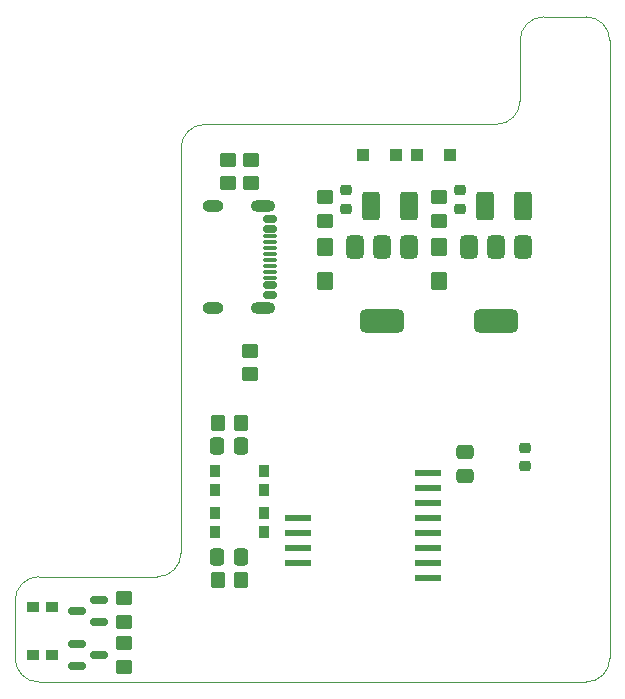
<source format=gbr>
G04 #@! TF.GenerationSoftware,KiCad,Pcbnew,9.0.3*
G04 #@! TF.CreationDate,2026-01-28T23:02:45+01:00*
G04 #@! TF.ProjectId,CM5IO_top,434d3549-4f5f-4746-9f70-2e6b69636164,rev?*
G04 #@! TF.SameCoordinates,Original*
G04 #@! TF.FileFunction,Paste,Top*
G04 #@! TF.FilePolarity,Positive*
%FSLAX46Y46*%
G04 Gerber Fmt 4.6, Leading zero omitted, Abs format (unit mm)*
G04 Created by KiCad (PCBNEW 9.0.3) date 2026-01-28 23:02:45*
%MOMM*%
%LPD*%
G01*
G04 APERTURE LIST*
G04 Aperture macros list*
%AMRoundRect*
0 Rectangle with rounded corners*
0 $1 Rounding radius*
0 $2 $3 $4 $5 $6 $7 $8 $9 X,Y pos of 4 corners*
0 Add a 4 corners polygon primitive as box body*
4,1,4,$2,$3,$4,$5,$6,$7,$8,$9,$2,$3,0*
0 Add four circle primitives for the rounded corners*
1,1,$1+$1,$2,$3*
1,1,$1+$1,$4,$5*
1,1,$1+$1,$6,$7*
1,1,$1+$1,$8,$9*
0 Add four rect primitives between the rounded corners*
20,1,$1+$1,$2,$3,$4,$5,0*
20,1,$1+$1,$4,$5,$6,$7,0*
20,1,$1+$1,$6,$7,$8,$9,0*
20,1,$1+$1,$8,$9,$2,$3,0*%
G04 Aperture macros list end*
%ADD10RoundRect,0.150000X-0.425000X0.150000X-0.425000X-0.150000X0.425000X-0.150000X0.425000X0.150000X0*%
%ADD11RoundRect,0.075000X-0.500000X0.075000X-0.500000X-0.075000X0.500000X-0.075000X0.500000X0.075000X0*%
%ADD12O,2.100000X1.000000*%
%ADD13O,1.800000X1.000000*%
%ADD14RoundRect,0.250000X0.450000X-0.350000X0.450000X0.350000X-0.450000X0.350000X-0.450000X-0.350000X0*%
%ADD15R,2.200000X0.600000*%
%ADD16RoundRect,0.218750X0.256250X-0.218750X0.256250X0.218750X-0.256250X0.218750X-0.256250X-0.218750X0*%
%ADD17RoundRect,0.150000X-0.587500X-0.150000X0.587500X-0.150000X0.587500X0.150000X-0.587500X0.150000X0*%
%ADD18RoundRect,0.250000X-0.450000X0.350000X-0.450000X-0.350000X0.450000X-0.350000X0.450000X0.350000X0*%
%ADD19RoundRect,0.250000X-0.350000X-0.450000X0.350000X-0.450000X0.350000X0.450000X-0.350000X0.450000X0*%
%ADD20RoundRect,0.150000X0.587500X0.150000X-0.587500X0.150000X-0.587500X-0.150000X0.587500X-0.150000X0*%
%ADD21RoundRect,0.250000X0.300000X0.300000X-0.300000X0.300000X-0.300000X-0.300000X0.300000X-0.300000X0*%
%ADD22RoundRect,0.250000X-0.445000X0.545000X-0.445000X-0.545000X0.445000X-0.545000X0.445000X0.545000X0*%
%ADD23RoundRect,0.250000X0.475000X-0.337500X0.475000X0.337500X-0.475000X0.337500X-0.475000X-0.337500X0*%
%ADD24RoundRect,0.250001X0.507499X0.944999X-0.507499X0.944999X-0.507499X-0.944999X0.507499X-0.944999X0*%
%ADD25R,0.900000X1.000000*%
%ADD26RoundRect,0.375000X-0.375000X0.625000X-0.375000X-0.625000X0.375000X-0.625000X0.375000X0.625000X0*%
%ADD27RoundRect,0.500000X-1.400000X0.500000X-1.400000X-0.500000X1.400000X-0.500000X1.400000X0.500000X0*%
%ADD28RoundRect,0.250000X-0.337500X-0.475000X0.337500X-0.475000X0.337500X0.475000X-0.337500X0.475000X0*%
%ADD29RoundRect,0.250000X-0.300000X-0.300000X0.300000X-0.300000X0.300000X0.300000X-0.300000X0.300000X0*%
%ADD30R,1.000000X0.900000*%
G04 #@! TA.AperFunction,Profile*
%ADD31C,0.050000*%
G04 #@! TD*
G04 APERTURE END LIST*
D10*
X177169400Y-107310200D03*
X177169400Y-108110200D03*
D11*
X177169400Y-109260200D03*
X177169400Y-110260200D03*
X177169400Y-110760200D03*
X177169400Y-111760200D03*
D10*
X177169400Y-112910200D03*
X177169400Y-113710200D03*
X177169400Y-113710200D03*
X177169400Y-112910200D03*
D11*
X177169400Y-112260200D03*
X177169400Y-111260200D03*
X177169400Y-109760200D03*
X177169400Y-108760200D03*
D10*
X177169400Y-108110200D03*
X177169400Y-107310200D03*
D12*
X176594400Y-106190200D03*
D13*
X172414400Y-106190200D03*
D12*
X176594400Y-114830200D03*
D13*
X172414400Y-114830200D03*
D14*
X164859500Y-141428500D03*
X164859500Y-139428500D03*
X164859500Y-145230300D03*
X164859500Y-143230300D03*
D15*
X190585400Y-137688200D03*
X190585400Y-136418200D03*
X190585400Y-135148200D03*
X190585400Y-133878200D03*
X190585400Y-132608200D03*
X190585400Y-131338200D03*
X190585400Y-130068200D03*
X190585400Y-128798200D03*
X179585400Y-132608200D03*
X179585400Y-133878200D03*
X179585400Y-135148200D03*
X179585400Y-136418200D03*
D14*
X181885400Y-107462200D03*
X181885400Y-105462200D03*
D16*
X193315400Y-106420900D03*
X193315400Y-104845900D03*
D17*
X160874000Y-143280300D03*
X160874000Y-145180300D03*
X162749000Y-144230300D03*
D18*
X173692600Y-102296600D03*
X173692600Y-104296600D03*
D19*
X172780900Y-124583200D03*
X174780900Y-124583200D03*
D20*
X162749000Y-141428500D03*
X162749000Y-139528500D03*
X160874000Y-140478500D03*
D21*
X187843400Y-101874200D03*
X185043400Y-101874200D03*
D22*
X181885400Y-109646200D03*
X181885400Y-112526200D03*
D19*
X172780900Y-137891400D03*
X174780900Y-137891400D03*
D23*
X193682400Y-129073700D03*
X193682400Y-126998700D03*
D16*
X198762400Y-128239600D03*
X198762400Y-126664600D03*
D24*
X189011400Y-106192200D03*
X185756400Y-106192200D03*
X198663400Y-106192200D03*
X195408400Y-106192200D03*
D25*
X172582400Y-132216000D03*
X176682400Y-132216000D03*
X172582400Y-133816000D03*
X176682400Y-133816000D03*
D26*
X189011400Y-109646200D03*
X186711400Y-109646200D03*
D27*
X186711400Y-115946200D03*
D26*
X184411400Y-109646200D03*
D14*
X175521400Y-120448200D03*
X175521400Y-118448200D03*
D28*
X172705900Y-126564400D03*
X174780900Y-126564400D03*
D29*
X189615400Y-101874200D03*
X192415400Y-101874200D03*
D25*
X176682400Y-130209200D03*
X172582400Y-130209200D03*
X176682400Y-128609200D03*
X172582400Y-128609200D03*
D22*
X191537400Y-109646200D03*
X191537400Y-112526200D03*
D18*
X175623000Y-102296600D03*
X175623000Y-104296600D03*
D26*
X198663400Y-109646200D03*
X196363400Y-109646200D03*
D27*
X196363400Y-115946200D03*
D26*
X194063400Y-109646200D03*
D16*
X183649400Y-106420900D03*
X183649400Y-104845900D03*
D14*
X191537400Y-107446200D03*
X191537400Y-105446200D03*
D30*
X158776100Y-140130300D03*
X158776100Y-144230300D03*
X157176100Y-140130300D03*
X157176100Y-144230300D03*
D28*
X172705900Y-135910200D03*
X174780900Y-135910200D03*
D31*
X205975958Y-144508558D02*
G75*
G02*
X203975958Y-146508658I-2000058J-42D01*
G01*
X198381400Y-92190200D02*
G75*
G02*
X200381400Y-90190200I2000000J0D01*
G01*
X205974864Y-92190158D02*
X205975958Y-144508558D01*
X169679400Y-101290400D02*
G75*
G02*
X171679400Y-99290400I2000000J0D01*
G01*
X155633209Y-144508599D02*
X155633210Y-139588499D01*
X169679400Y-135588500D02*
X169679400Y-101290400D01*
X171679400Y-99290400D02*
X196381400Y-99290400D01*
X157633210Y-137588500D02*
X167679400Y-137588500D01*
X200381400Y-90190200D02*
X203974864Y-90190200D01*
X155633210Y-139588499D02*
G75*
G02*
X157633210Y-137588510I1999990J-1D01*
G01*
X198381400Y-97290400D02*
G75*
G02*
X196381400Y-99290400I-2000000J0D01*
G01*
X169679400Y-135588500D02*
G75*
G02*
X167679400Y-137588500I-2000000J0D01*
G01*
X157633209Y-146508600D02*
G75*
G02*
X155633200Y-144508599I-9J2000000D01*
G01*
X198381400Y-97290400D02*
X198381400Y-92190200D01*
X203975958Y-146508600D02*
X157633209Y-146508600D01*
X203974864Y-90190200D02*
G75*
G02*
X205974900Y-92190158I36J-2000000D01*
G01*
M02*

</source>
